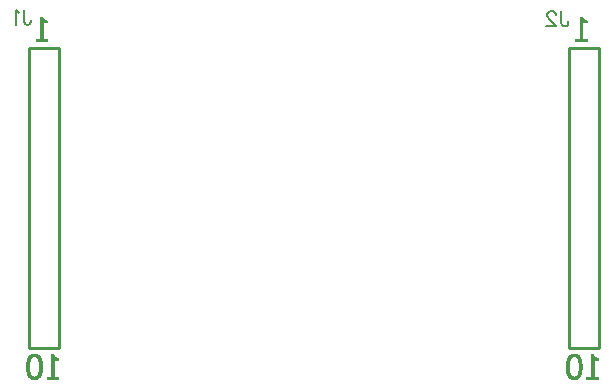
<source format=gbr>
G04 DipTrace 3.3.0.1*
G04 BottomSilk.gbr*
%MOMM*%
G04 #@! TF.FileFunction,Legend,Bot*
G04 #@! TF.Part,Single*
%ADD10C,0.25*%
%ADD12C,0.0762*%
%ADD56C,0.19608*%
%FSLAX35Y35*%
G04*
G71*
G90*
G75*
G01*
G04 BotSilk*
%LPD*%
X1697112Y4050212D2*
D10*
X1442907D1*
Y1510111D1*
X1697112D1*
Y4050212D1*
X6267112D2*
X6012907D1*
Y1510111D1*
X6267112D1*
Y4050212D1*
X1536907Y4319208D2*
D12*
X1555957D1*
X1536907Y4315398D2*
X1556117D1*
X1536907Y4311588D2*
X1556754D1*
X1536907Y4307778D2*
X1557944D1*
X1536907Y4303968D2*
X1561086D1*
X1536907Y4300158D2*
X1565839D1*
X1536907Y4296348D2*
X1573017D1*
X1536907Y4292538D2*
X1581694D1*
X1536907Y4288728D2*
X1589154D1*
X1536907Y4284918D2*
X1594670D1*
X1536907Y4281108D2*
X1596364D1*
X1536907Y4277298D2*
X1597248D1*
X1536907Y4273488D2*
X1597644D1*
X1536907Y4269678D2*
X1559767D1*
X1536907Y4265868D2*
X1559767D1*
X1536907Y4262058D2*
X1559767D1*
X1536907Y4258248D2*
X1559767D1*
X1536907Y4254438D2*
X1559767D1*
X1536907Y4250628D2*
X1559767D1*
X1536907Y4246818D2*
X1559767D1*
X1536907Y4243008D2*
X1559767D1*
X1536907Y4239198D2*
X1559767D1*
X1536907Y4235388D2*
X1559767D1*
X1536907Y4231578D2*
X1559767D1*
X1536907Y4227768D2*
X1559767D1*
X1536907Y4223958D2*
X1559767D1*
X1536907Y4220148D2*
X1559767D1*
X1536907Y4216338D2*
X1559767D1*
X1536907Y4212528D2*
X1559767D1*
X1536907Y4208718D2*
X1559767D1*
X1536907Y4204908D2*
X1559767D1*
X1536907Y4201098D2*
X1559767D1*
X1536907Y4197288D2*
X1559767D1*
X1536907Y4193478D2*
X1559767D1*
X1536907Y4189668D2*
X1559767D1*
X1536907Y4185858D2*
X1559767D1*
X1536907Y4182048D2*
X1559767D1*
X1536907Y4178238D2*
X1559767D1*
X1536907Y4174428D2*
X1559767D1*
X1536907Y4170618D2*
X1559767D1*
X1536907Y4166808D2*
X1559767D1*
X1536907Y4162998D2*
X1559767D1*
X1536907Y4159188D2*
X1559767D1*
X1536907Y4155378D2*
X1559767D1*
X1536907Y4151568D2*
X1559767D1*
X1536907Y4147758D2*
X1559767D1*
X1536907Y4143948D2*
X1559767D1*
X1536907Y4140138D2*
X1559767D1*
X1536907Y4136328D2*
X1559767D1*
X1536907Y4132518D2*
X1559767D1*
X1498807Y4128708D2*
X1597867D1*
X1498807Y4124898D2*
X1597867D1*
X1498807Y4121088D2*
X1597867D1*
X1498807Y4117278D2*
X1597867D1*
X1498807Y4113468D2*
X1597867D1*
X1498807Y4109658D2*
X1597867D1*
X1470300Y1466048D2*
X1500780D1*
X1461670Y1462238D2*
X1509410D1*
X1630320D2*
X1649370D1*
X1454538Y1458428D2*
X1516542D1*
X1630320D2*
X1649530D1*
X1448913Y1454618D2*
X1522182D1*
X1630320D2*
X1650167D1*
X1444372Y1450808D2*
X1526842D1*
X1630320D2*
X1651357D1*
X1440696Y1446998D2*
X1530885D1*
X1630320D2*
X1654499D1*
X1437788Y1443188D2*
X1474415D1*
X1500016D2*
X1534339D1*
X1630320D2*
X1659252D1*
X1435402Y1439378D2*
X1467935D1*
X1505921D2*
X1537141D1*
X1630320D2*
X1666430D1*
X1433298Y1435568D2*
X1462910D1*
X1510506D2*
X1539373D1*
X1630320D2*
X1675107D1*
X1431432Y1431758D2*
X1459292D1*
X1513874D2*
X1541112D1*
X1630320D2*
X1682568D1*
X1429859Y1427948D2*
X1456586D1*
X1516355D2*
X1542533D1*
X1630320D2*
X1688084D1*
X1428506Y1424138D2*
X1454457D1*
X1518194D2*
X1543906D1*
X1630320D2*
X1689778D1*
X1427159Y1420328D2*
X1452779D1*
X1519653D2*
X1545100D1*
X1630320D2*
X1690661D1*
X1425990Y1416518D2*
X1451388D1*
X1521039D2*
X1545980D1*
X1630320D2*
X1691058D1*
X1425233Y1412708D2*
X1450026D1*
X1522223D2*
X1546849D1*
X1630320D2*
X1653180D1*
X1424716Y1408898D2*
X1448852D1*
X1522970D2*
X1547934D1*
X1630320D2*
X1653180D1*
X1424058Y1405088D2*
X1448108D1*
X1523369D2*
X1548982D1*
X1630320D2*
X1653180D1*
X1423075Y1401278D2*
X1447725D1*
X1523676D2*
X1549673D1*
X1630320D2*
X1653180D1*
X1422071Y1397468D2*
X1447552D1*
X1524232D2*
X1550036D1*
X1630320D2*
X1653180D1*
X1421397Y1393658D2*
X1447482D1*
X1525172D2*
X1550201D1*
X1630320D2*
X1653180D1*
X1421040Y1389848D2*
X1447455D1*
X1526159D2*
X1550284D1*
X1630320D2*
X1653180D1*
X1420877Y1386038D2*
X1447445D1*
X1526827D2*
X1550444D1*
X1630320D2*
X1653180D1*
X1420810Y1382228D2*
X1447427D1*
X1527181D2*
X1550939D1*
X1630320D2*
X1653180D1*
X1420784Y1378418D2*
X1447292D1*
X1527343D2*
X1551855D1*
X1630320D2*
X1653180D1*
X1420775Y1374608D2*
X1446806D1*
X1527410D2*
X1552833D1*
X1630320D2*
X1653180D1*
X1420772Y1370798D2*
X1445893D1*
X1527436D2*
X1553498D1*
X1630320D2*
X1653180D1*
X1420771Y1366988D2*
X1444916D1*
X1527445D2*
X1553851D1*
X1630320D2*
X1653180D1*
X1420770Y1363178D2*
X1444252D1*
X1527448D2*
X1554013D1*
X1630320D2*
X1653180D1*
X1420770Y1359368D2*
X1443913D1*
X1527449D2*
X1554080D1*
X1630320D2*
X1653180D1*
X1420770Y1355558D2*
X1443886D1*
X1527450D2*
X1554106D1*
X1630320D2*
X1653180D1*
X1420770Y1351748D2*
X1444304D1*
X1527450D2*
X1554100D1*
X1630320D2*
X1653180D1*
X1420770Y1347938D2*
X1445191D1*
X1527450D2*
X1553970D1*
X1630320D2*
X1653180D1*
X1420770Y1344128D2*
X1446159D1*
X1527450D2*
X1553485D1*
X1630320D2*
X1653180D1*
X1420770Y1340318D2*
X1446820D1*
X1527450D2*
X1552573D1*
X1630320D2*
X1653180D1*
X1420770Y1336508D2*
X1447172D1*
X1527450D2*
X1551596D1*
X1630320D2*
X1653180D1*
X1420770Y1332698D2*
X1447333D1*
X1527435D2*
X1550932D1*
X1630320D2*
X1653180D1*
X1420785Y1328888D2*
X1447400D1*
X1527301D2*
X1550578D1*
X1630320D2*
X1653180D1*
X1420919Y1325078D2*
X1447426D1*
X1526816D2*
X1550417D1*
X1630320D2*
X1653180D1*
X1421404Y1321268D2*
X1447435D1*
X1525903D2*
X1550335D1*
X1630320D2*
X1653180D1*
X1422317Y1317458D2*
X1447453D1*
X1524926D2*
X1550175D1*
X1630320D2*
X1653180D1*
X1423294Y1313648D2*
X1447588D1*
X1524247D2*
X1549681D1*
X1630320D2*
X1653180D1*
X1423973Y1309838D2*
X1448074D1*
X1523760D2*
X1548765D1*
X1630320D2*
X1653180D1*
X1424460Y1306028D2*
X1449002D1*
X1523112D2*
X1547772D1*
X1630320D2*
X1653180D1*
X1425108Y1302218D2*
X1450113D1*
X1522118D2*
X1546973D1*
X1630320D2*
X1653180D1*
X1426102Y1298408D2*
X1451277D1*
X1520982D2*
X1546134D1*
X1630320D2*
X1653180D1*
X1427238Y1294598D2*
X1452677D1*
X1519807D2*
X1545045D1*
X1630320D2*
X1653180D1*
X1428413Y1290788D2*
X1454331D1*
X1518390D2*
X1543867D1*
X1630320D2*
X1653180D1*
X1429816Y1286978D2*
X1456273D1*
X1516601D2*
X1542677D1*
X1630320D2*
X1653180D1*
X1431456Y1283168D2*
X1458986D1*
X1514084D2*
X1541253D1*
X1630320D2*
X1653180D1*
X1433249Y1279358D2*
X1462626D1*
X1510733D2*
X1539477D1*
X1630320D2*
X1653180D1*
X1435239Y1275548D2*
X1472493D1*
X1501517D2*
X1537197D1*
X1630320D2*
X1653180D1*
X1437621Y1271738D2*
X1487038D1*
X1487463D2*
X1534294D1*
X1592220D2*
X1691280D1*
X1440583Y1267928D2*
X1530920D1*
X1592220D2*
X1691280D1*
X1444124Y1264118D2*
X1527145D1*
X1592220D2*
X1691280D1*
X1448521Y1260308D2*
X1522636D1*
X1592220D2*
X1691280D1*
X1454375Y1256498D2*
X1516734D1*
X1592220D2*
X1691280D1*
X1461894Y1252688D2*
X1509196D1*
X1592220D2*
X1691280D1*
X1470300Y1248878D2*
X1500780D1*
X6106907Y4319208D2*
X6125957D1*
X6106907Y4315398D2*
X6126117D1*
X6106907Y4311588D2*
X6126754D1*
X6106907Y4307778D2*
X6127944D1*
X6106907Y4303968D2*
X6131086D1*
X6106907Y4300158D2*
X6135839D1*
X6106907Y4296348D2*
X6143017D1*
X6106907Y4292538D2*
X6151694D1*
X6106907Y4288728D2*
X6159154D1*
X6106907Y4284918D2*
X6164670D1*
X6106907Y4281108D2*
X6166364D1*
X6106907Y4277298D2*
X6167248D1*
X6106907Y4273488D2*
X6167644D1*
X6106907Y4269678D2*
X6129767D1*
X6106907Y4265868D2*
X6129767D1*
X6106907Y4262058D2*
X6129767D1*
X6106907Y4258248D2*
X6129767D1*
X6106907Y4254438D2*
X6129767D1*
X6106907Y4250628D2*
X6129767D1*
X6106907Y4246818D2*
X6129767D1*
X6106907Y4243008D2*
X6129767D1*
X6106907Y4239198D2*
X6129767D1*
X6106907Y4235388D2*
X6129767D1*
X6106907Y4231578D2*
X6129767D1*
X6106907Y4227768D2*
X6129767D1*
X6106907Y4223958D2*
X6129767D1*
X6106907Y4220148D2*
X6129767D1*
X6106907Y4216338D2*
X6129767D1*
X6106907Y4212528D2*
X6129767D1*
X6106907Y4208718D2*
X6129767D1*
X6106907Y4204908D2*
X6129767D1*
X6106907Y4201098D2*
X6129767D1*
X6106907Y4197288D2*
X6129767D1*
X6106907Y4193478D2*
X6129767D1*
X6106907Y4189668D2*
X6129767D1*
X6106907Y4185858D2*
X6129767D1*
X6106907Y4182048D2*
X6129767D1*
X6106907Y4178238D2*
X6129767D1*
X6106907Y4174428D2*
X6129767D1*
X6106907Y4170618D2*
X6129767D1*
X6106907Y4166808D2*
X6129767D1*
X6106907Y4162998D2*
X6129767D1*
X6106907Y4159188D2*
X6129767D1*
X6106907Y4155378D2*
X6129767D1*
X6106907Y4151568D2*
X6129767D1*
X6106907Y4147758D2*
X6129767D1*
X6106907Y4143948D2*
X6129767D1*
X6106907Y4140138D2*
X6129767D1*
X6106907Y4136328D2*
X6129767D1*
X6106907Y4132518D2*
X6129767D1*
X6068807Y4128708D2*
X6167867D1*
X6068807Y4124898D2*
X6167867D1*
X6068807Y4121088D2*
X6167867D1*
X6068807Y4117278D2*
X6167867D1*
X6068807Y4113468D2*
X6167867D1*
X6068807Y4109658D2*
X6167867D1*
X6040300Y1466048D2*
X6070780D1*
X6031670Y1462238D2*
X6079410D1*
X6200320D2*
X6219370D1*
X6024538Y1458428D2*
X6086542D1*
X6200320D2*
X6219530D1*
X6018913Y1454618D2*
X6092182D1*
X6200320D2*
X6220167D1*
X6014372Y1450808D2*
X6096842D1*
X6200320D2*
X6221357D1*
X6010696Y1446998D2*
X6100885D1*
X6200320D2*
X6224499D1*
X6007788Y1443188D2*
X6044415D1*
X6070016D2*
X6104339D1*
X6200320D2*
X6229252D1*
X6005402Y1439378D2*
X6037935D1*
X6075921D2*
X6107141D1*
X6200320D2*
X6236430D1*
X6003298Y1435568D2*
X6032910D1*
X6080506D2*
X6109373D1*
X6200320D2*
X6245107D1*
X6001432Y1431758D2*
X6029292D1*
X6083874D2*
X6111112D1*
X6200320D2*
X6252568D1*
X5999859Y1427948D2*
X6026586D1*
X6086355D2*
X6112533D1*
X6200320D2*
X6258084D1*
X5998506Y1424138D2*
X6024457D1*
X6088194D2*
X6113906D1*
X6200320D2*
X6259778D1*
X5997159Y1420328D2*
X6022779D1*
X6089653D2*
X6115100D1*
X6200320D2*
X6260661D1*
X5995990Y1416518D2*
X6021388D1*
X6091039D2*
X6115980D1*
X6200320D2*
X6261058D1*
X5995233Y1412708D2*
X6020026D1*
X6092223D2*
X6116849D1*
X6200320D2*
X6223180D1*
X5994716Y1408898D2*
X6018852D1*
X6092970D2*
X6117934D1*
X6200320D2*
X6223180D1*
X5994058Y1405088D2*
X6018108D1*
X6093369D2*
X6118982D1*
X6200320D2*
X6223180D1*
X5993075Y1401278D2*
X6017725D1*
X6093676D2*
X6119673D1*
X6200320D2*
X6223180D1*
X5992071Y1397468D2*
X6017552D1*
X6094232D2*
X6120036D1*
X6200320D2*
X6223180D1*
X5991397Y1393658D2*
X6017482D1*
X6095172D2*
X6120201D1*
X6200320D2*
X6223180D1*
X5991040Y1389848D2*
X6017455D1*
X6096159D2*
X6120284D1*
X6200320D2*
X6223180D1*
X5990877Y1386038D2*
X6017445D1*
X6096827D2*
X6120444D1*
X6200320D2*
X6223180D1*
X5990810Y1382228D2*
X6017427D1*
X6097181D2*
X6120939D1*
X6200320D2*
X6223180D1*
X5990784Y1378418D2*
X6017292D1*
X6097343D2*
X6121855D1*
X6200320D2*
X6223180D1*
X5990775Y1374608D2*
X6016806D1*
X6097410D2*
X6122833D1*
X6200320D2*
X6223180D1*
X5990772Y1370798D2*
X6015893D1*
X6097436D2*
X6123498D1*
X6200320D2*
X6223180D1*
X5990771Y1366988D2*
X6014916D1*
X6097445D2*
X6123851D1*
X6200320D2*
X6223180D1*
X5990770Y1363178D2*
X6014252D1*
X6097448D2*
X6124013D1*
X6200320D2*
X6223180D1*
X5990770Y1359368D2*
X6013913D1*
X6097449D2*
X6124080D1*
X6200320D2*
X6223180D1*
X5990770Y1355558D2*
X6013886D1*
X6097450D2*
X6124106D1*
X6200320D2*
X6223180D1*
X5990770Y1351748D2*
X6014304D1*
X6097450D2*
X6124100D1*
X6200320D2*
X6223180D1*
X5990770Y1347938D2*
X6015191D1*
X6097450D2*
X6123970D1*
X6200320D2*
X6223180D1*
X5990770Y1344128D2*
X6016159D1*
X6097450D2*
X6123485D1*
X6200320D2*
X6223180D1*
X5990770Y1340318D2*
X6016820D1*
X6097450D2*
X6122573D1*
X6200320D2*
X6223180D1*
X5990770Y1336508D2*
X6017172D1*
X6097450D2*
X6121596D1*
X6200320D2*
X6223180D1*
X5990770Y1332698D2*
X6017333D1*
X6097435D2*
X6120932D1*
X6200320D2*
X6223180D1*
X5990785Y1328888D2*
X6017400D1*
X6097301D2*
X6120578D1*
X6200320D2*
X6223180D1*
X5990919Y1325078D2*
X6017426D1*
X6096816D2*
X6120417D1*
X6200320D2*
X6223180D1*
X5991404Y1321268D2*
X6017435D1*
X6095903D2*
X6120335D1*
X6200320D2*
X6223180D1*
X5992317Y1317458D2*
X6017453D1*
X6094926D2*
X6120175D1*
X6200320D2*
X6223180D1*
X5993294Y1313648D2*
X6017588D1*
X6094247D2*
X6119681D1*
X6200320D2*
X6223180D1*
X5993973Y1309838D2*
X6018074D1*
X6093760D2*
X6118765D1*
X6200320D2*
X6223180D1*
X5994460Y1306028D2*
X6019002D1*
X6093112D2*
X6117772D1*
X6200320D2*
X6223180D1*
X5995108Y1302218D2*
X6020113D1*
X6092118D2*
X6116973D1*
X6200320D2*
X6223180D1*
X5996102Y1298408D2*
X6021277D1*
X6090982D2*
X6116134D1*
X6200320D2*
X6223180D1*
X5997238Y1294598D2*
X6022677D1*
X6089807D2*
X6115045D1*
X6200320D2*
X6223180D1*
X5998413Y1290788D2*
X6024331D1*
X6088390D2*
X6113867D1*
X6200320D2*
X6223180D1*
X5999816Y1286978D2*
X6026273D1*
X6086601D2*
X6112677D1*
X6200320D2*
X6223180D1*
X6001456Y1283168D2*
X6028986D1*
X6084084D2*
X6111253D1*
X6200320D2*
X6223180D1*
X6003249Y1279358D2*
X6032626D1*
X6080733D2*
X6109477D1*
X6200320D2*
X6223180D1*
X6005239Y1275548D2*
X6042493D1*
X6071517D2*
X6107197D1*
X6200320D2*
X6223180D1*
X6007621Y1271738D2*
X6057038D1*
X6057463D2*
X6104294D1*
X6162220D2*
X6261280D1*
X6010583Y1267928D2*
X6100920D1*
X6162220D2*
X6261280D1*
X6014124Y1264118D2*
X6097145D1*
X6162220D2*
X6261280D1*
X6018521Y1260308D2*
X6092636D1*
X6162220D2*
X6261280D1*
X6024375Y1256498D2*
X6086734D1*
X6162220D2*
X6261280D1*
X6031894Y1252688D2*
X6079196D1*
X6162220D2*
X6261280D1*
X6040300Y1248878D2*
X6070780D1*
X1536907Y4319208D2*
Y4315398D1*
Y4311588D1*
Y4307778D1*
Y4303968D1*
Y4300158D1*
Y4296348D1*
Y4292538D1*
Y4288728D1*
Y4284918D1*
Y4281108D1*
Y4277298D1*
Y4273488D1*
Y4269678D1*
Y4265868D1*
Y4262058D1*
Y4258248D1*
Y4254438D1*
Y4250628D1*
Y4246818D1*
Y4243008D1*
Y4239198D1*
Y4235388D1*
Y4231578D1*
Y4227768D1*
Y4223958D1*
Y4220148D1*
Y4216338D1*
Y4212528D1*
Y4208718D1*
Y4204908D1*
Y4201098D1*
Y4197288D1*
Y4193478D1*
Y4189668D1*
Y4185858D1*
Y4182048D1*
Y4178238D1*
Y4174428D1*
Y4170618D1*
Y4166808D1*
Y4162998D1*
Y4159188D1*
Y4155378D1*
Y4151568D1*
Y4147758D1*
Y4143948D1*
Y4140138D1*
Y4136328D1*
Y4132518D1*
Y4128708D1*
X1498807D1*
Y4124898D1*
Y4121088D1*
Y4117278D1*
Y4113468D1*
Y4109658D1*
X1555957Y4319208D2*
X1556117Y4315398D1*
X1556754Y4311588D1*
X1557944Y4307778D1*
X1561086Y4303968D1*
X1565839Y4300158D1*
X1573017Y4296348D1*
X1581694Y4292538D1*
X1589154Y4288728D1*
X1594670Y4284918D1*
X1596364Y4281108D1*
X1597248Y4277298D1*
X1597644Y4273488D1*
X1597867Y4269678D1*
X1559767D1*
Y4265868D1*
Y4262058D1*
Y4258248D1*
Y4254438D1*
Y4250628D1*
Y4246818D1*
Y4243008D1*
Y4239198D1*
Y4235388D1*
Y4231578D1*
Y4227768D1*
Y4223958D1*
Y4220148D1*
Y4216338D1*
Y4212528D1*
Y4208718D1*
Y4204908D1*
Y4201098D1*
Y4197288D1*
Y4193478D1*
Y4189668D1*
Y4185858D1*
Y4182048D1*
Y4178238D1*
Y4174428D1*
Y4170618D1*
Y4166808D1*
Y4162998D1*
Y4159188D1*
Y4155378D1*
Y4151568D1*
Y4147758D1*
Y4143948D1*
Y4140138D1*
Y4136328D1*
Y4132518D1*
Y4128708D1*
X1597867D1*
Y4124898D1*
Y4121088D1*
Y4117278D1*
Y4113468D1*
Y4109658D1*
X1470300Y1466048D2*
X1461670Y1462238D1*
X1454538Y1458428D1*
X1448913Y1454618D1*
X1444372Y1450808D1*
X1440696Y1446998D1*
X1437788Y1443188D1*
X1435402Y1439378D1*
X1433298Y1435568D1*
X1431432Y1431758D1*
X1429859Y1427948D1*
X1428506Y1424138D1*
X1427159Y1420328D1*
X1425990Y1416518D1*
X1425233Y1412708D1*
X1424716Y1408898D1*
X1424058Y1405088D1*
X1423075Y1401278D1*
X1422071Y1397468D1*
X1421397Y1393658D1*
X1421040Y1389848D1*
X1420877Y1386038D1*
X1420810Y1382228D1*
X1420784Y1378418D1*
X1420775Y1374608D1*
X1420772Y1370798D1*
X1420771Y1366988D1*
X1420770Y1363178D1*
Y1359368D1*
Y1355558D1*
Y1351748D1*
Y1347938D1*
Y1344128D1*
Y1340318D1*
Y1336508D1*
Y1332698D1*
X1420785Y1328888D1*
X1420919Y1325078D1*
X1421404Y1321268D1*
X1422317Y1317458D1*
X1423294Y1313648D1*
X1423973Y1309838D1*
X1424460Y1306028D1*
X1425108Y1302218D1*
X1426102Y1298408D1*
X1427238Y1294598D1*
X1428413Y1290788D1*
X1429816Y1286978D1*
X1431456Y1283168D1*
X1433249Y1279358D1*
X1435239Y1275548D1*
X1437621Y1271738D1*
X1440583Y1267928D1*
X1444124Y1264118D1*
X1448521Y1260308D1*
X1454375Y1256498D1*
X1461894Y1252688D1*
X1470300Y1248878D1*
X1500780Y1466048D2*
X1509410Y1462238D1*
X1516542Y1458428D1*
X1522182Y1454618D1*
X1526842Y1450808D1*
X1530885Y1446998D1*
X1534339Y1443188D1*
X1537141Y1439378D1*
X1539373Y1435568D1*
X1541112Y1431758D1*
X1542533Y1427948D1*
X1543906Y1424138D1*
X1545100Y1420328D1*
X1545980Y1416518D1*
X1546849Y1412708D1*
X1547934Y1408898D1*
X1548982Y1405088D1*
X1549673Y1401278D1*
X1550036Y1397468D1*
X1550201Y1393658D1*
X1550284Y1389848D1*
X1550444Y1386038D1*
X1550939Y1382228D1*
X1551855Y1378418D1*
X1552833Y1374608D1*
X1553498Y1370798D1*
X1553851Y1366988D1*
X1554013Y1363178D1*
X1554080Y1359368D1*
X1554106Y1355558D1*
X1554100Y1351748D1*
X1553970Y1347938D1*
X1553485Y1344128D1*
X1552573Y1340318D1*
X1551596Y1336508D1*
X1550932Y1332698D1*
X1550578Y1328888D1*
X1550417Y1325078D1*
X1550335Y1321268D1*
X1550175Y1317458D1*
X1549681Y1313648D1*
X1548765Y1309838D1*
X1547772Y1306028D1*
X1546973Y1302218D1*
X1546134Y1298408D1*
X1545045Y1294598D1*
X1543867Y1290788D1*
X1542677Y1286978D1*
X1541253Y1283168D1*
X1539477Y1279358D1*
X1537197Y1275548D1*
X1534294Y1271738D1*
X1530920Y1267928D1*
X1527145Y1264118D1*
X1522636Y1260308D1*
X1516734Y1256498D1*
X1509196Y1252688D1*
X1500780Y1248878D1*
X1630320Y1462238D2*
Y1458428D1*
Y1454618D1*
Y1450808D1*
Y1446998D1*
Y1443188D1*
Y1439378D1*
Y1435568D1*
Y1431758D1*
Y1427948D1*
Y1424138D1*
Y1420328D1*
Y1416518D1*
Y1412708D1*
Y1408898D1*
Y1405088D1*
Y1401278D1*
Y1397468D1*
Y1393658D1*
Y1389848D1*
Y1386038D1*
Y1382228D1*
Y1378418D1*
Y1374608D1*
Y1370798D1*
Y1366988D1*
Y1363178D1*
Y1359368D1*
Y1355558D1*
Y1351748D1*
Y1347938D1*
Y1344128D1*
Y1340318D1*
Y1336508D1*
Y1332698D1*
Y1328888D1*
Y1325078D1*
Y1321268D1*
Y1317458D1*
Y1313648D1*
Y1309838D1*
Y1306028D1*
Y1302218D1*
Y1298408D1*
Y1294598D1*
Y1290788D1*
Y1286978D1*
Y1283168D1*
Y1279358D1*
Y1275548D1*
Y1271738D1*
X1592220D1*
Y1267928D1*
Y1264118D1*
Y1260308D1*
Y1256498D1*
Y1252688D1*
X1649370Y1462238D2*
X1649530Y1458428D1*
X1650167Y1454618D1*
X1651357Y1450808D1*
X1654499Y1446998D1*
X1659252Y1443188D1*
X1666430Y1439378D1*
X1675107Y1435568D1*
X1682568Y1431758D1*
X1688084Y1427948D1*
X1689778Y1424138D1*
X1690661Y1420328D1*
X1691058Y1416518D1*
X1691280Y1412708D1*
X1653180D1*
Y1408898D1*
Y1405088D1*
Y1401278D1*
Y1397468D1*
Y1393658D1*
Y1389848D1*
Y1386038D1*
Y1382228D1*
Y1378418D1*
Y1374608D1*
Y1370798D1*
Y1366988D1*
Y1363178D1*
Y1359368D1*
Y1355558D1*
Y1351748D1*
Y1347938D1*
Y1344128D1*
Y1340318D1*
Y1336508D1*
Y1332698D1*
Y1328888D1*
Y1325078D1*
Y1321268D1*
Y1317458D1*
Y1313648D1*
Y1309838D1*
Y1306028D1*
Y1302218D1*
Y1298408D1*
Y1294598D1*
Y1290788D1*
Y1286978D1*
Y1283168D1*
Y1279358D1*
Y1275548D1*
Y1271738D1*
X1691280D1*
Y1267928D1*
Y1264118D1*
Y1260308D1*
Y1256498D1*
Y1252688D1*
X1481730Y1446998D2*
X1474415Y1443188D1*
X1467935Y1439378D1*
X1462910Y1435568D1*
X1459292Y1431758D1*
X1456586Y1427948D1*
X1454457Y1424138D1*
X1452779Y1420328D1*
X1451388Y1416518D1*
X1450026Y1412708D1*
X1448852Y1408898D1*
X1448108Y1405088D1*
X1447725Y1401278D1*
X1447552Y1397468D1*
X1447482Y1393658D1*
X1447455Y1389848D1*
X1447445Y1386038D1*
X1447427Y1382228D1*
X1447292Y1378418D1*
X1446806Y1374608D1*
X1445893Y1370798D1*
X1444916Y1366988D1*
X1444252Y1363178D1*
X1443913Y1359368D1*
X1443886Y1355558D1*
X1444304Y1351748D1*
X1445191Y1347938D1*
X1446159Y1344128D1*
X1446820Y1340318D1*
X1447172Y1336508D1*
X1447333Y1332698D1*
X1447400Y1328888D1*
X1447426Y1325078D1*
X1447435Y1321268D1*
X1447453Y1317458D1*
X1447588Y1313648D1*
X1448074Y1309838D1*
X1449002Y1306028D1*
X1450113Y1302218D1*
X1451277Y1298408D1*
X1452677Y1294598D1*
X1454331Y1290788D1*
X1456273Y1286978D1*
X1458986Y1283168D1*
X1462626Y1279358D1*
X1472493Y1275548D1*
X1487038Y1271738D1*
X1504590Y1267928D1*
X1493160Y1446998D2*
X1500016Y1443188D1*
X1505921Y1439378D1*
X1510506Y1435568D1*
X1513874Y1431758D1*
X1516355Y1427948D1*
X1518194Y1424138D1*
X1519653Y1420328D1*
X1521039Y1416518D1*
X1522223Y1412708D1*
X1522970Y1408898D1*
X1523369Y1405088D1*
X1523676Y1401278D1*
X1524232Y1397468D1*
X1525172Y1393658D1*
X1526159Y1389848D1*
X1526827Y1386038D1*
X1527181Y1382228D1*
X1527343Y1378418D1*
X1527410Y1374608D1*
X1527436Y1370798D1*
X1527445Y1366988D1*
X1527448Y1363178D1*
X1527449Y1359368D1*
X1527450Y1355558D1*
Y1351748D1*
Y1347938D1*
Y1344128D1*
Y1340318D1*
Y1336508D1*
X1527435Y1332698D1*
X1527301Y1328888D1*
X1526816Y1325078D1*
X1525903Y1321268D1*
X1524926Y1317458D1*
X1524247Y1313648D1*
X1523760Y1309838D1*
X1523112Y1306028D1*
X1522118Y1302218D1*
X1520982Y1298408D1*
X1519807Y1294598D1*
X1518390Y1290788D1*
X1516601Y1286978D1*
X1514084Y1283168D1*
X1510733Y1279358D1*
X1501517Y1275548D1*
X1487463Y1271738D1*
X1470300Y1267928D1*
X6106907Y4319208D2*
Y4315398D1*
Y4311588D1*
Y4307778D1*
Y4303968D1*
Y4300158D1*
Y4296348D1*
Y4292538D1*
Y4288728D1*
Y4284918D1*
Y4281108D1*
Y4277298D1*
Y4273488D1*
Y4269678D1*
Y4265868D1*
Y4262058D1*
Y4258248D1*
Y4254438D1*
Y4250628D1*
Y4246818D1*
Y4243008D1*
Y4239198D1*
Y4235388D1*
Y4231578D1*
Y4227768D1*
Y4223958D1*
Y4220148D1*
Y4216338D1*
Y4212528D1*
Y4208718D1*
Y4204908D1*
Y4201098D1*
Y4197288D1*
Y4193478D1*
Y4189668D1*
Y4185858D1*
Y4182048D1*
Y4178238D1*
Y4174428D1*
Y4170618D1*
Y4166808D1*
Y4162998D1*
Y4159188D1*
Y4155378D1*
Y4151568D1*
Y4147758D1*
Y4143948D1*
Y4140138D1*
Y4136328D1*
Y4132518D1*
Y4128708D1*
X6068807D1*
Y4124898D1*
Y4121088D1*
Y4117278D1*
Y4113468D1*
Y4109658D1*
X6125957Y4319208D2*
X6126117Y4315398D1*
X6126754Y4311588D1*
X6127944Y4307778D1*
X6131086Y4303968D1*
X6135839Y4300158D1*
X6143017Y4296348D1*
X6151694Y4292538D1*
X6159154Y4288728D1*
X6164670Y4284918D1*
X6166364Y4281108D1*
X6167248Y4277298D1*
X6167644Y4273488D1*
X6167867Y4269678D1*
X6129767D1*
Y4265868D1*
Y4262058D1*
Y4258248D1*
Y4254438D1*
Y4250628D1*
Y4246818D1*
Y4243008D1*
Y4239198D1*
Y4235388D1*
Y4231578D1*
Y4227768D1*
Y4223958D1*
Y4220148D1*
Y4216338D1*
Y4212528D1*
Y4208718D1*
Y4204908D1*
Y4201098D1*
Y4197288D1*
Y4193478D1*
Y4189668D1*
Y4185858D1*
Y4182048D1*
Y4178238D1*
Y4174428D1*
Y4170618D1*
Y4166808D1*
Y4162998D1*
Y4159188D1*
Y4155378D1*
Y4151568D1*
Y4147758D1*
Y4143948D1*
Y4140138D1*
Y4136328D1*
Y4132518D1*
Y4128708D1*
X6167867D1*
Y4124898D1*
Y4121088D1*
Y4117278D1*
Y4113468D1*
Y4109658D1*
X6040300Y1466048D2*
X6031670Y1462238D1*
X6024538Y1458428D1*
X6018913Y1454618D1*
X6014372Y1450808D1*
X6010696Y1446998D1*
X6007788Y1443188D1*
X6005402Y1439378D1*
X6003298Y1435568D1*
X6001432Y1431758D1*
X5999859Y1427948D1*
X5998506Y1424138D1*
X5997159Y1420328D1*
X5995990Y1416518D1*
X5995233Y1412708D1*
X5994716Y1408898D1*
X5994058Y1405088D1*
X5993075Y1401278D1*
X5992071Y1397468D1*
X5991397Y1393658D1*
X5991040Y1389848D1*
X5990877Y1386038D1*
X5990810Y1382228D1*
X5990784Y1378418D1*
X5990775Y1374608D1*
X5990772Y1370798D1*
X5990771Y1366988D1*
X5990770Y1363178D1*
Y1359368D1*
Y1355558D1*
Y1351748D1*
Y1347938D1*
Y1344128D1*
Y1340318D1*
Y1336508D1*
Y1332698D1*
X5990785Y1328888D1*
X5990919Y1325078D1*
X5991404Y1321268D1*
X5992317Y1317458D1*
X5993294Y1313648D1*
X5993973Y1309838D1*
X5994460Y1306028D1*
X5995108Y1302218D1*
X5996102Y1298408D1*
X5997238Y1294598D1*
X5998413Y1290788D1*
X5999816Y1286978D1*
X6001456Y1283168D1*
X6003249Y1279358D1*
X6005239Y1275548D1*
X6007621Y1271738D1*
X6010583Y1267928D1*
X6014124Y1264118D1*
X6018521Y1260308D1*
X6024375Y1256498D1*
X6031894Y1252688D1*
X6040300Y1248878D1*
X6070780Y1466048D2*
X6079410Y1462238D1*
X6086542Y1458428D1*
X6092182Y1454618D1*
X6096842Y1450808D1*
X6100885Y1446998D1*
X6104339Y1443188D1*
X6107141Y1439378D1*
X6109373Y1435568D1*
X6111112Y1431758D1*
X6112533Y1427948D1*
X6113906Y1424138D1*
X6115100Y1420328D1*
X6115980Y1416518D1*
X6116849Y1412708D1*
X6117934Y1408898D1*
X6118982Y1405088D1*
X6119673Y1401278D1*
X6120036Y1397468D1*
X6120201Y1393658D1*
X6120284Y1389848D1*
X6120444Y1386038D1*
X6120939Y1382228D1*
X6121855Y1378418D1*
X6122833Y1374608D1*
X6123498Y1370798D1*
X6123851Y1366988D1*
X6124013Y1363178D1*
X6124080Y1359368D1*
X6124106Y1355558D1*
X6124100Y1351748D1*
X6123970Y1347938D1*
X6123485Y1344128D1*
X6122573Y1340318D1*
X6121596Y1336508D1*
X6120932Y1332698D1*
X6120578Y1328888D1*
X6120417Y1325078D1*
X6120335Y1321268D1*
X6120175Y1317458D1*
X6119681Y1313648D1*
X6118765Y1309838D1*
X6117772Y1306028D1*
X6116973Y1302218D1*
X6116134Y1298408D1*
X6115045Y1294598D1*
X6113867Y1290788D1*
X6112677Y1286978D1*
X6111253Y1283168D1*
X6109477Y1279358D1*
X6107197Y1275548D1*
X6104294Y1271738D1*
X6100920Y1267928D1*
X6097145Y1264118D1*
X6092636Y1260308D1*
X6086734Y1256498D1*
X6079196Y1252688D1*
X6070780Y1248878D1*
X6200320Y1462238D2*
Y1458428D1*
Y1454618D1*
Y1450808D1*
Y1446998D1*
Y1443188D1*
Y1439378D1*
Y1435568D1*
Y1431758D1*
Y1427948D1*
Y1424138D1*
Y1420328D1*
Y1416518D1*
Y1412708D1*
Y1408898D1*
Y1405088D1*
Y1401278D1*
Y1397468D1*
Y1393658D1*
Y1389848D1*
Y1386038D1*
Y1382228D1*
Y1378418D1*
Y1374608D1*
Y1370798D1*
Y1366988D1*
Y1363178D1*
Y1359368D1*
Y1355558D1*
Y1351748D1*
Y1347938D1*
Y1344128D1*
Y1340318D1*
Y1336508D1*
Y1332698D1*
Y1328888D1*
Y1325078D1*
Y1321268D1*
Y1317458D1*
Y1313648D1*
Y1309838D1*
Y1306028D1*
Y1302218D1*
Y1298408D1*
Y1294598D1*
Y1290788D1*
Y1286978D1*
Y1283168D1*
Y1279358D1*
Y1275548D1*
Y1271738D1*
X6162220D1*
Y1267928D1*
Y1264118D1*
Y1260308D1*
Y1256498D1*
Y1252688D1*
X6219370Y1462238D2*
X6219530Y1458428D1*
X6220167Y1454618D1*
X6221357Y1450808D1*
X6224499Y1446998D1*
X6229252Y1443188D1*
X6236430Y1439378D1*
X6245107Y1435568D1*
X6252568Y1431758D1*
X6258084Y1427948D1*
X6259778Y1424138D1*
X6260661Y1420328D1*
X6261058Y1416518D1*
X6261280Y1412708D1*
X6223180D1*
Y1408898D1*
Y1405088D1*
Y1401278D1*
Y1397468D1*
Y1393658D1*
Y1389848D1*
Y1386038D1*
Y1382228D1*
Y1378418D1*
Y1374608D1*
Y1370798D1*
Y1366988D1*
Y1363178D1*
Y1359368D1*
Y1355558D1*
Y1351748D1*
Y1347938D1*
Y1344128D1*
Y1340318D1*
Y1336508D1*
Y1332698D1*
Y1328888D1*
Y1325078D1*
Y1321268D1*
Y1317458D1*
Y1313648D1*
Y1309838D1*
Y1306028D1*
Y1302218D1*
Y1298408D1*
Y1294598D1*
Y1290788D1*
Y1286978D1*
Y1283168D1*
Y1279358D1*
Y1275548D1*
Y1271738D1*
X6261280D1*
Y1267928D1*
Y1264118D1*
Y1260308D1*
Y1256498D1*
Y1252688D1*
X6051730Y1446998D2*
X6044415Y1443188D1*
X6037935Y1439378D1*
X6032910Y1435568D1*
X6029292Y1431758D1*
X6026586Y1427948D1*
X6024457Y1424138D1*
X6022779Y1420328D1*
X6021388Y1416518D1*
X6020026Y1412708D1*
X6018852Y1408898D1*
X6018108Y1405088D1*
X6017725Y1401278D1*
X6017552Y1397468D1*
X6017482Y1393658D1*
X6017455Y1389848D1*
X6017445Y1386038D1*
X6017427Y1382228D1*
X6017292Y1378418D1*
X6016806Y1374608D1*
X6015893Y1370798D1*
X6014916Y1366988D1*
X6014252Y1363178D1*
X6013913Y1359368D1*
X6013886Y1355558D1*
X6014304Y1351748D1*
X6015191Y1347938D1*
X6016159Y1344128D1*
X6016820Y1340318D1*
X6017172Y1336508D1*
X6017333Y1332698D1*
X6017400Y1328888D1*
X6017426Y1325078D1*
X6017435Y1321268D1*
X6017453Y1317458D1*
X6017588Y1313648D1*
X6018074Y1309838D1*
X6019002Y1306028D1*
X6020113Y1302218D1*
X6021277Y1298408D1*
X6022677Y1294598D1*
X6024331Y1290788D1*
X6026273Y1286978D1*
X6028986Y1283168D1*
X6032626Y1279358D1*
X6042493Y1275548D1*
X6057038Y1271738D1*
X6074590Y1267928D1*
X6063160Y1446998D2*
X6070016Y1443188D1*
X6075921Y1439378D1*
X6080506Y1435568D1*
X6083874Y1431758D1*
X6086355Y1427948D1*
X6088194Y1424138D1*
X6089653Y1420328D1*
X6091039Y1416518D1*
X6092223Y1412708D1*
X6092970Y1408898D1*
X6093369Y1405088D1*
X6093676Y1401278D1*
X6094232Y1397468D1*
X6095172Y1393658D1*
X6096159Y1389848D1*
X6096827Y1386038D1*
X6097181Y1382228D1*
X6097343Y1378418D1*
X6097410Y1374608D1*
X6097436Y1370798D1*
X6097445Y1366988D1*
X6097448Y1363178D1*
X6097449Y1359368D1*
X6097450Y1355558D1*
Y1351748D1*
Y1347938D1*
Y1344128D1*
Y1340318D1*
Y1336508D1*
X6097435Y1332698D1*
X6097301Y1328888D1*
X6096816Y1325078D1*
X6095903Y1321268D1*
X6094926Y1317458D1*
X6094247Y1313648D1*
X6093760Y1309838D1*
X6093112Y1306028D1*
X6092118Y1302218D1*
X6090982Y1298408D1*
X6089807Y1294598D1*
X6088390Y1290788D1*
X6086601Y1286978D1*
X6084084Y1283168D1*
X6080733Y1279358D1*
X6071517Y1275548D1*
X6057463Y1271738D1*
X6040300Y1267928D1*
X1401643Y4375205D2*
D56*
Y4278059D1*
X1407680Y4259809D1*
X1413856Y4253772D1*
X1425930Y4247595D1*
X1438143D1*
X1450216Y4253772D1*
X1456253Y4259809D1*
X1462430Y4278059D1*
Y4290132D1*
X1362427Y4350778D2*
X1350214Y4356955D1*
X1331964Y4375065D1*
Y4247595D1*
X5948948Y4365205D2*
Y4268059D1*
X5954984Y4249809D1*
X5961161Y4243772D1*
X5973234Y4237595D1*
X5985448D1*
X5997521Y4243772D1*
X6003557Y4249809D1*
X6009734Y4268059D1*
Y4280132D1*
X5903555Y4334741D2*
Y4340778D1*
X5897519Y4352991D1*
X5891482Y4359028D1*
X5879269Y4365065D1*
X5854982D1*
X5842909Y4359028D1*
X5836872Y4352991D1*
X5830696Y4340778D1*
Y4328705D1*
X5836872Y4316491D1*
X5848946Y4298382D1*
X5909732Y4237595D1*
X5824659D1*
M02*

</source>
